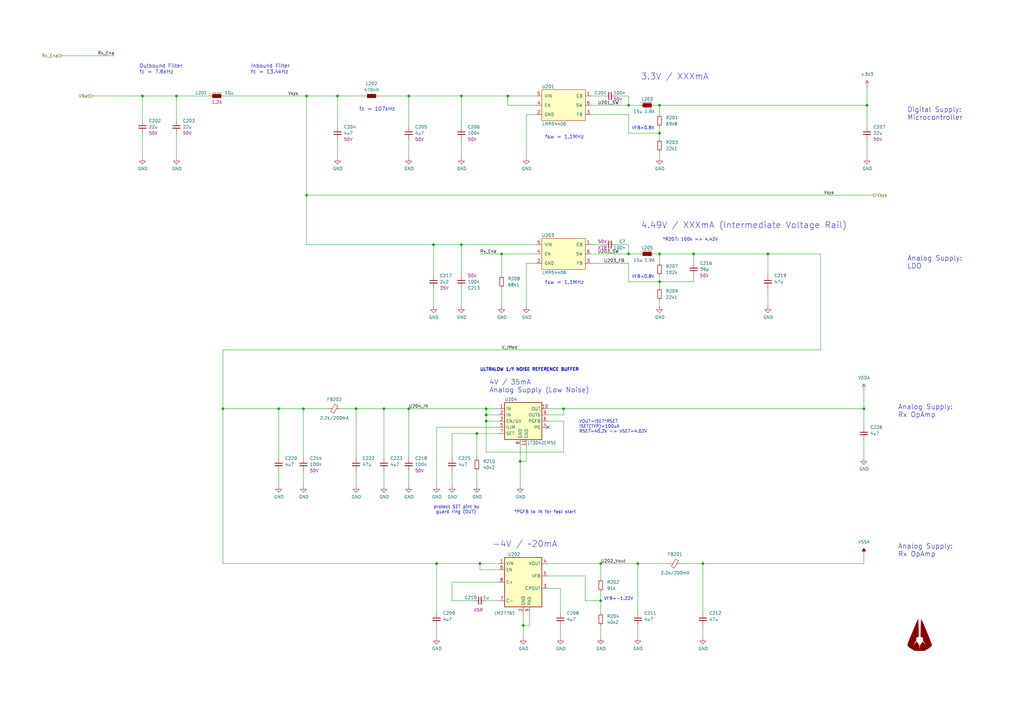
<source format=kicad_sch>
(kicad_sch (version 20230121) (generator eeschema)
  (paper "A3")
  (title_block (title "Velocity Sensor - Version 04") (date "2023-09-07") (rev "A") (company "Swiss Ocean Tech AG") (comment 1 "Designer: SNI, EVE"))
  (junction (at 284.48 104.14))
  (junction (at 231.14 167.64))
  (junction (at 214.63 256.54))
  (junction (at 167.64 167.64))
  (junction (at 179.07 231.14))
  (junction (at 355.6 43.18))
  (junction (at 196.85 231.14))
  (junction (at 270.51 43.18))
  (junction (at 257.81 43.18))
  (junction (at 199.39 167.64))
  (junction (at 270.51 54.61))
  (junction (at 167.64 39.37))
  (junction (at 205.74 104.14))
  (junction (at 208.28 39.37))
  (junction (at 288.29 231.14))
  (junction (at 270.51 115.57))
  (junction (at 246.38 231.14))
  (junction (at 270.51 104.14))
  (junction (at 261.62 231.14))
  (junction (at 213.36 189.23))
  (junction (at 246.38 246.38))
  (junction (at 189.23 39.37))
  (junction (at 354.33 167.64))
  (junction (at 199.39 172.72))
  (junction (at 58.42 39.37))
  (junction (at 157.48 167.64))
  (junction (at 146.05 167.64))
  (junction (at 177.8 100.33))
  (junction (at 257.81 104.14))
  (junction (at 72.39 39.37))
  (junction (at 91.44 167.64))
  (junction (at 189.23 100.33))
  (junction (at 125.73 39.37))
  (junction (at 138.43 39.37))
  (junction (at 314.96 104.14))
  (junction (at 114.3 167.64))
  (junction (at 199.39 170.18))
  (junction (at 195.58 177.8))
  (junction (at 125.73 80.01))
  (junction (at 124.46 167.64))
  (no_connect (at 224.79 175.26))
  (wire (pts (xy 167.64 57.15) (xy 167.64 64.77)))
  (wire (pts (xy 242.57 104.14) (xy 257.81 104.14)))
  (wire (pts (xy 38.1 39.37) (xy 58.42 39.37)))
  (wire (pts (xy 157.48 167.64) (xy 157.48 187.96)))
  (wire (pts (xy 177.8 100.33) (xy 125.73 100.33)))
  (wire (pts (xy 196.85 231.14) (xy 204.47 231.14)))
  (wire (pts (xy 177.8 100.33) (xy 189.23 100.33)))
  (wire (pts (xy 257.81 104.14) (xy 262.89 104.14)))
  (wire (pts (xy 215.9 64.77) (xy 215.9 46.99)))
  (wire (pts (xy 355.6 57.15) (xy 355.6 64.77)))
  (wire (pts (xy 288.29 231.14) (xy 354.33 231.14)))
  (wire (pts (xy 185.42 246.38) (xy 194.31 246.38)))
  (wire (pts (xy 157.48 167.64) (xy 167.64 167.64)))
  (wire (pts (xy 270.51 115.57) (xy 257.81 115.57)))
  (wire (pts (xy 177.8 118.11) (xy 177.8 125.73)))
  (wire (pts (xy 91.44 167.64) (xy 114.3 167.64)))
  (wire (pts (xy 270.51 43.18) (xy 355.6 43.18)))
  (wire (pts (xy 354.33 175.26) (xy 354.33 167.64)))
  (wire (pts (xy 246.38 246.38) (xy 246.38 251.46)))
  (wire (pts (xy 72.39 39.37) (xy 86.36 39.37)))
  (wire (pts (xy 229.87 241.3) (xy 229.87 251.46)))
  (wire (pts (xy 195.58 193.04) (xy 195.58 199.39)))
  (wire (pts (xy 146.05 167.64) (xy 157.48 167.64)))
  (wire (pts (xy 189.23 118.11) (xy 189.23 125.73)))
  (wire (pts (xy 91.44 143.51) (xy 91.44 167.64)))
  (wire (pts (xy 199.39 170.18) (xy 204.47 170.18)))
  (wire (pts (xy 246.38 242.57) (xy 246.38 246.38)))
  (wire (pts (xy 246.38 231.14) (xy 246.38 237.49)))
  (wire (pts (xy 146.05 193.04) (xy 146.05 199.39)))
  (wire (pts (xy 208.28 43.18) (xy 208.28 39.37)))
  (wire (pts (xy 138.43 39.37) (xy 149.86 39.37)))
  (wire (pts (xy 270.51 43.18) (xy 267.97 43.18)))
  (wire (pts (xy 257.81 54.61) (xy 257.81 46.99)))
  (wire (pts (xy 58.42 49.53) (xy 58.42 39.37)))
  (wire (pts (xy 231.14 172.72) (xy 231.14 185.42)))
  (wire (pts (xy 215.9 125.73) (xy 215.9 107.95)))
  (wire (pts (xy 261.62 256.54) (xy 261.62 261.62)))
  (wire (pts (xy 91.44 231.14) (xy 179.07 231.14)))
  (wire (pts (xy 139.7 167.64) (xy 146.05 167.64)))
  (wire (pts (xy 217.17 256.54) (xy 214.63 256.54)))
  (wire (pts (xy 215.9 182.88) (xy 215.9 189.23)))
  (wire (pts (xy 257.81 39.37) (xy 257.81 43.18)))
  (wire (pts (xy 91.44 167.64) (xy 91.44 231.14)))
  (wire (pts (xy 157.48 193.04) (xy 157.48 199.39)))
  (wire (pts (xy 240.03 246.38) (xy 246.38 246.38)))
  (wire (pts (xy 284.48 115.57) (xy 284.48 113.03)))
  (wire (pts (xy 72.39 64.77) (xy 72.39 54.61)))
  (wire (pts (xy 196.85 233.68) (xy 196.85 231.14)))
  (wire (pts (xy 189.23 39.37) (xy 208.28 39.37)))
  (wire (pts (xy 124.46 167.64) (xy 124.46 187.96)))
  (wire (pts (xy 270.51 52.07) (xy 270.51 54.61)))
  (wire (pts (xy 270.51 113.03) (xy 270.51 115.57)))
  (wire (pts (xy 354.33 180.34) (xy 354.33 187.96)))
  (wire (pts (xy 242.57 43.18) (xy 257.81 43.18)))
  (wire (pts (xy 125.73 39.37) (xy 138.43 39.37)))
  (wire (pts (xy 91.44 39.37) (xy 125.73 39.37)))
  (wire (pts (xy 185.42 238.76) (xy 185.42 246.38)))
  (wire (pts (xy 314.96 118.11) (xy 314.96 125.73)))
  (wire (pts (xy 261.62 231.14) (xy 274.32 231.14)))
  (wire (pts (xy 261.62 251.46) (xy 261.62 231.14)))
  (wire (pts (xy 167.64 39.37) (xy 189.23 39.37)))
  (wire (pts (xy 199.39 172.72) (xy 199.39 185.42)))
  (wire (pts (xy 154.94 39.37) (xy 167.64 39.37)))
  (wire (pts (xy 224.79 167.64) (xy 231.14 167.64)))
  (wire (pts (xy 242.57 100.33) (xy 247.65 100.33)))
  (wire (pts (xy 189.23 100.33) (xy 219.71 100.33)))
  (wire (pts (xy 284.48 104.14) (xy 284.48 107.95)))
  (wire (pts (xy 177.8 113.03) (xy 177.8 100.33)))
  (wire (pts (xy 246.38 256.54) (xy 246.38 261.62)))
  (wire (pts (xy 314.96 104.14) (xy 336.55 104.14)))
  (wire (pts (xy 224.79 231.14) (xy 246.38 231.14)))
  (wire (pts (xy 240.03 236.22) (xy 240.03 246.38)))
  (wire (pts (xy 199.39 167.64) (xy 204.47 167.64)))
  (wire (pts (xy 199.39 172.72) (xy 204.47 172.72)))
  (wire (pts (xy 270.51 54.61) (xy 270.51 57.15)))
  (wire (pts (xy 224.79 241.3) (xy 229.87 241.3)))
  (wire (pts (xy 242.57 39.37) (xy 247.65 39.37)))
  (wire (pts (xy 114.3 167.64) (xy 124.46 167.64)))
  (wire (pts (xy 219.71 43.18) (xy 208.28 43.18)))
  (wire (pts (xy 354.33 160.02) (xy 354.33 167.64)))
  (wire (pts (xy 231.14 170.18) (xy 231.14 167.64)))
  (wire (pts (xy 199.39 170.18) (xy 199.39 172.72)))
  (wire (pts (xy 205.74 104.14) (xy 205.74 113.03)))
  (wire (pts (xy 146.05 167.64) (xy 146.05 187.96)))
  (wire (pts (xy 124.46 193.04) (xy 124.46 199.39)))
  (wire (pts (xy 217.17 251.46) (xy 217.17 256.54)))
  (wire (pts (xy 257.81 43.18) (xy 262.89 43.18)))
  (wire (pts (xy 224.79 236.22) (xy 240.03 236.22)))
  (wire (pts (xy 124.46 167.64) (xy 134.62 167.64)))
  (wire (pts (xy 279.4 231.14) (xy 288.29 231.14)))
  (wire (pts (xy 257.81 107.95) (xy 242.57 107.95)))
  (wire (pts (xy 246.38 231.14) (xy 261.62 231.14)))
  (wire (pts (xy 355.6 52.07) (xy 355.6 43.18)))
  (wire (pts (xy 204.47 233.68) (xy 196.85 233.68)))
  (wire (pts (xy 114.3 167.64) (xy 114.3 187.96)))
  (wire (pts (xy 270.51 54.61) (xy 257.81 54.61)))
  (wire (pts (xy 58.42 39.37) (xy 72.39 39.37)))
  (wire (pts (xy 224.79 170.18) (xy 231.14 170.18)))
  (wire (pts (xy 179.07 175.26) (xy 179.07 199.39)))
  (wire (pts (xy 354.33 227.33) (xy 354.33 231.14)))
  (wire (pts (xy 213.36 189.23) (xy 213.36 199.39)))
  (wire (pts (xy 336.55 104.14) (xy 336.55 143.51)))
  (wire (pts (xy 189.23 57.15) (xy 189.23 64.77)))
  (wire (pts (xy 270.51 46.99) (xy 270.51 43.18)))
  (wire (pts (xy 125.73 80.01) (xy 358.14 80.01)))
  (wire (pts (xy 179.07 231.14) (xy 179.07 251.46)))
  (wire (pts (xy 138.43 52.07) (xy 138.43 39.37)))
  (wire (pts (xy 288.29 256.54) (xy 288.29 261.62)))
  (wire (pts (xy 205.74 118.11) (xy 205.74 125.73)))
  (wire (pts (xy 189.23 113.03) (xy 189.23 100.33)))
  (wire (pts (xy 214.63 251.46) (xy 214.63 256.54)))
  (wire (pts (xy 270.51 107.95) (xy 270.51 104.14)))
  (wire (pts (xy 196.85 104.14) (xy 205.74 104.14)))
  (wire (pts (xy 270.51 115.57) (xy 284.48 115.57)))
  (wire (pts (xy 185.42 177.8) (xy 195.58 177.8)))
  (wire (pts (xy 231.14 167.64) (xy 354.33 167.64)))
  (wire (pts (xy 229.87 256.54) (xy 229.87 261.62)))
  (wire (pts (xy 257.81 115.57) (xy 257.81 107.95)))
  (wire (pts (xy 270.51 62.23) (xy 270.51 64.77)))
  (wire (pts (xy 167.64 167.64) (xy 199.39 167.64)))
  (wire (pts (xy 167.64 167.64) (xy 167.64 187.96)))
  (wire (pts (xy 214.63 256.54) (xy 214.63 261.62)))
  (wire (pts (xy 125.73 39.37) (xy 125.73 80.01)))
  (wire (pts (xy 58.42 64.77) (xy 58.42 54.61)))
  (wire (pts (xy 314.96 104.14) (xy 314.96 113.03)))
  (wire (pts (xy 204.47 238.76) (xy 185.42 238.76)))
  (wire (pts (xy 267.97 104.14) (xy 270.51 104.14)))
  (wire (pts (xy 252.73 100.33) (xy 257.81 100.33)))
  (wire (pts (xy 208.28 39.37) (xy 219.71 39.37)))
  (wire (pts (xy 215.9 107.95) (xy 219.71 107.95)))
  (wire (pts (xy 336.55 143.51) (xy 91.44 143.51)))
  (wire (pts (xy 179.07 256.54) (xy 179.07 261.62)))
  (wire (pts (xy 288.29 231.14) (xy 288.29 251.46)))
  (wire (pts (xy 270.51 104.14) (xy 284.48 104.14)))
  (wire (pts (xy 199.39 167.64) (xy 199.39 170.18)))
  (wire (pts (xy 284.48 104.14) (xy 314.96 104.14)))
  (wire (pts (xy 252.73 39.37) (xy 257.81 39.37)))
  (wire (pts (xy 72.39 49.53) (xy 72.39 39.37)))
  (wire (pts (xy 199.39 185.42) (xy 231.14 185.42)))
  (wire (pts (xy 167.64 52.07) (xy 167.64 39.37)))
  (wire (pts (xy 185.42 193.04) (xy 185.42 199.39)))
  (wire (pts (xy 257.81 100.33) (xy 257.81 104.14)))
  (wire (pts (xy 199.39 246.38) (xy 204.47 246.38)))
  (wire (pts (xy 205.74 104.14) (xy 219.71 104.14)))
  (wire (pts (xy 270.51 123.19) (xy 270.51 125.73)))
  (wire (pts (xy 215.9 189.23) (xy 213.36 189.23)))
  (wire (pts (xy 125.73 80.01) (xy 125.73 100.33)))
  (wire (pts (xy 114.3 193.04) (xy 114.3 199.39)))
  (wire (pts (xy 213.36 182.88) (xy 213.36 189.23)))
  (wire (pts (xy 167.64 193.04) (xy 167.64 199.39)))
  (wire (pts (xy 231.14 172.72) (xy 224.79 172.72)))
  (wire (pts (xy 204.47 175.26) (xy 179.07 175.26)))
  (wire (pts (xy 204.47 177.8) (xy 195.58 177.8)))
  (wire (pts (xy 46.99 22.86) (xy 25.4 22.86)))
  (wire (pts (xy 270.51 115.57) (xy 270.51 118.11)))
  (wire (pts (xy 189.23 52.07) (xy 189.23 39.37)))
  (wire (pts (xy 257.81 46.99) (xy 242.57 46.99)))
  (wire (pts (xy 195.58 177.8) (xy 195.58 187.96)))
  (wire (pts (xy 215.9 46.99) (xy 219.71 46.99)))
  (wire (pts (xy 355.6 35.56) (xy 355.6 43.18)))
  (wire (pts (xy 179.07 231.14) (xy 196.85 231.14)))
  (wire (pts (xy 138.43 57.15) (xy 138.43 64.77)))
  (wire (pts (xy 185.42 187.96) (xy 185.42 177.8)))
  (text "Outbound Filter\nfc = 7.6kHz" (at 57.15 30.48 0) (effects (font (size 1.5 1.5)) (justify left bottom)))
  (text "Inbound Filter\nfc = 13.4kHz" (at 102.87 30.48 0) (effects (font (size 1.5 1.5)) (justify left bottom)))
  (text "*R207: 100k => 4.42V" (at 271.78 99.06 0) (effects (font (size 1.27 1.27)) (justify left bottom)))
  (text "fsw = 1.1MHz" (at 223.52 57.15 0) (effects (font (size 1.5 1.5)) (justify left bottom)))
  (text "fc = 107kHz" (at 147.32 45.72 0) (effects (font (size 1.5 1.5)) (justify left bottom)))
  (text "Analog Supply:\nRx OpAmp" (at 368.3 228.6 0) (effects (font (size 2 2)) (justify left bottom)))
  (text "VFB=0.8V" (at 259.08 114.3 0) (effects (font (size 1.27 1.27)) (justify left bottom)))
  (text "Analog Supply:\nLDO" (at 372.11 110.49 0) (effects (font (size 2 2)) (justify left bottom)))
  (text "3.3V / XXXmA" (at 262.89 33.02 0) (effects (font (size 2.54 2.54)) (justify left bottom)))
  (text "4.49V / XXXmA (Intermediate Voltage Rail)" (at 262.89 93.98 0) (effects (font (size 2.54 2.54)) (justify left bottom)))
  (text "Digital Supply:\nMicrocontroller" (at 372.11 49.53 0) (effects (font (size 2 2)) (justify left bottom)))
  (text "ULTRALOW 1/f NOISE REFERENCE BUFFER" (at 196.85 152.4 0) (effects (font (size 1.27 1.27) (thickness 0.254) bold) (justify left bottom)))
  (text "VOUT=ISET*RSET\nISET(TYP)=100uA\nRSET=40.2k -> VSET=4.02V" (at 237.49 177.8 0) (effects (font (size 1.27 1.27)) (justify left bottom)))
  (text "fsw = 1.1MHz" (at 223.52 116.84 0) (effects (font (size 1.5 1.5)) (justify left bottom)))
  (text "Analog Supply:\nRx OpAmp" (at 368.3 171.45 0) (effects (font (size 2 2)) (justify left bottom)))
  (text "4V / 35mA\nAnalog Supply (Low Noise)" (at 200.66 161.29 0) (effects (font (size 2 2)) (justify left bottom)))
  (text "VFB=0.8V" (at 259.08 53.34 0) (effects (font (size 1.27 1.27)) (justify left bottom)))
  (text "protect SET pint by\n guard ring (OUT)" (at 177.8 210.82 0) (effects (font (size 1.27 1.27)) (justify left bottom)))
  (text "VFB=-1.22V" (at 247.65 246.38 0) (effects (font (size 1.27 1.27)) (justify left bottom)))
  (text "*PGFB to IN for fast start" (at 210.82 210.82 0) (effects (font (size 1.27 1.27)) (justify left bottom)))
  (text "-4V / ~20mA" (at 201.93 224.79 0) (effects (font (size 2.54 2.54)) (justify left bottom)))
  (label "Vsys" (at 118.11 39.37 0))
  (label "Vsys" (at 337.82 80.01 0))
  (label "U203_SW" (at 245.11 104.14 0))
  (label "U204_IN" (at 167.64 167.64 0))
  (label "V_IMed" (at 205.74 143.51 0))
  (label "Rx_Ena" (at 46.99 22.86 180))
  (label "U202_Vout" (at 246.38 231.14 0))
  (label "Rx_Ena" (at 196.85 104.14 0))
  (label "U201_SW" (at 245.11 43.18 0))
  (label "U203_FB" (at 247.65 107.95 0))
  (hierarchical_label "Vsys" (shape output) (at 358.14 80.01 0))
  (hierarchical_label "Rx_Ena" (shape input) (at 25.4 22.86 180))
  (hierarchical_label "VBat" (shape input) (at 38.1 39.37 180))
  (symbol (lib_name "GND_23") (lib_id "power:GND") (at 58.42 64.77 0) (unit 1)
    (property "Reference" "#PWR0203" (effects hide))
    (property "Value" "GND" (at 58.547 69.1642 0))
  )
  (symbol (lib_id "SOC_Capacitor_Albis:4u7/35V") (at 114.3 190.5 0) (unit 1)
    (property "Reference" "C220" (at 116.84 187.9663 0) (effects (justify left)))
    (property "Value" "4u7" (at 116.84 190.5063 0) (effects (justify left)))
    (property "Footprint" "Capacitor_SMD:C_0805_2012Metric" (effects hide))
    (property "MPN" "CGA4J3X5R1H475K125AB" (effects hide))
    (property "Mouser_PN" "810-CGA4J3X5R1H475K" (effects hide))
    (property "Voltage" "50V" (effects hide))
    (property "Digikey_PN" "445-7882-1-ND" (effects hide))
    (instances (project "pp1_vsensor_v4" (path "" (reference "C220") (unit 1))) (project "poc_vsensor_v3_interface" (path "" (reference "C202") (unit 1))) (project "pp1_ModemBaseboard" (path "" (reference "C220") (unit 1))))
  )
  (symbol (lib_id "SOC_Capacitor_Albis:4u7/35V") (at 185.42 190.5 0) (unit 1)
    (property "Reference" "C225" (at 187.96 187.9663 0) (effects (justify left)))
    (property "Value" "4u7" (at 187.96 190.5063 0) (effects (justify left)))
    (property "Footprint" "Capacitor_SMD:C_0805_2012Metric" (effects hide))
    (property "MPN" "CGA4J3X5R1H475K125AB" (effects hide))
    (property "Voltage" "50V" (effects hide))
    (property "Mouser_PN" "810-CGA4J3X5R1H475K" (effects hide))
    (property "Digikey_PN" "445-7882-1-ND" (effects hide))
    (instances (project "pp1_vsensor_v4" (path "" (reference "C225") (unit 1))) (project "poc_vsensor_v3_interface" (path "" (reference "C207") (unit 1))) (project "pp1_ModemBaseboard" (path "" (reference "C226") (unit 1))))
  )
  (symbol (lib_name "GND_15") (lib_id "power:GND") (at 146.05 199.39 0) (unit 1)
    (property "Reference" "#PWR0231" (effects hide))
    (property "Value" "GND" (at 146.177 203.7842 0))
    (instances (project "pp1_vsensor_v4" (path "" (reference "#PWR0231") (unit 1))) (project "poc_vsensor_v3_interface" (path "" (reference "#PWR0207") (unit 1))) (project "pp1_ModemBaseboard" (path "" (reference "#PWR0232") (unit 1))))
  )
  (symbol (lib_name "GND_28") (lib_id "power:GND") (at 246.38 261.62 0) (unit 1)
    (property "Reference" "#PWR0218" (effects hide))
    (property "Value" "GND" (at 246.507 266.0142 0))
  )
  (symbol (lib_name "GND_26") (lib_id "power:GND") (at 205.74 125.73 0) (unit 1)
    (property "Reference" "#PWR0223" (effects hide))
    (property "Value" "GND" (at 205.867 130.1242 0))
  )
  (symbol (lib_name "GND_28") (lib_id "power:GND") (at 261.62 261.62 0) (unit 1)
    (property "Reference" "#PWR0217" (effects hide))
    (property "Value" "GND" (at 261.747 266.0142 0))
  )
  (symbol (lib_name "GND_28") (lib_id "power:GND") (at 229.87 261.62 0) (unit 1)
    (property "Reference" "#PWR0215" (effects hide))
    (property "Value" "GND" (at 229.997 266.0142 0))
  )
  (symbol (lib_name "GND_14") (lib_id "power:GND") (at 179.07 199.39 0) (unit 1)
    (property "Reference" "#PWR0234" (effects hide))
    (property "Value" "GND" (at 179.197 203.7842 0))
    (instances (project "pp1_vsensor_v4" (path "" (reference "#PWR0234") (unit 1))) (project "poc_vsensor_v3_interface" (path "" (reference "#PWR0210") (unit 1))) (project "pp1_ModemBaseboard" (path "" (reference "#PWR0235") (unit 1))))
  )
  (symbol (lib_id "Device:R_Small") (at 270.51 49.53 0) (unit 1)
    (property "Reference" "R201" (at 273.05 48.26 0) (effects (justify left)))
    (property "Value" "69k8" (at 273.05 50.8 0) (effects (justify left)))
    (property "Footprint" "Resistor_SMD:R_0402_1005Metric" (effects hide))
    (property "Digikey_PN" "YAG3216CT-ND" (effects hide))
    (property "MPN" "RC0402FR-0769K8L" (effects hide))
  )
  (symbol (lib_name "GND_30") (lib_id "power:GND") (at 189.23 125.73 0) (unit 1)
    (property "Reference" "#PWR0222" (effects hide))
    (property "Value" "GND" (at 189.357 130.1242 0))
  )
  (symbol (lib_id "Device:C_Small") (at 196.85 246.38 90) (unit 1)
    (property "Reference" "C210" (at 195.58 245.11 90) (effects (justify left)))
    (property "Value" "1u" (at 200.66 245.11 90) (effects (justify left)))
    (property "Footprint" "Capacitor_SMD:C_0402_1005Metric" (effects hide))
    (property "MPN" "UMK105CBJ105MV-F" (effects hide))
    (property "Description" "1uF 0402 50V" (effects hide))
    (property "CLASS" "X5R" (at 198.12 250.19 90) (effects (justify left)))
    (property "Voltage" "50V" (effects hide))
    (property "Digikey_PN" "587-6278-1-ND" (effects hide))
  )
  (symbol (lib_name "GND_17") (lib_id "power:GND") (at 167.64 64.77 0) (unit 1)
    (property "Reference" "#PWR0206" (effects hide))
    (property "Value" "GND" (at 167.767 69.1642 0))
  )
  (symbol (lib_name "GND_3") (lib_id "power:GND") (at 314.96 125.73 0) (unit 1)
    (property "Reference" "#PWR0228" (effects hide))
    (property "Value" "GND" (at 315.087 130.1242 0))
    (instances (project "pp1_vsensor_v4" (path "" (reference "#PWR0228") (unit 1))) (project "poc_vsensor_v3_interface" (path "" (reference "#PWR0204") (unit 1))) (project "pp1_ModemBaseboard" (path "" (reference "#PWR0229") (unit 1))))
  )
  (symbol (lib_name "GND_28") (lib_id "power:GND") (at 214.63 261.62 0) (unit 1)
    (property "Reference" "#PWR0214" (effects hide))
    (property "Value" "GND" (at 214.757 266.0142 0))
  )
  (symbol (lib_id "SOC_Capacitor_Albis:4u7/50V") (at 138.43 54.61 0) (unit 1)
    (property "Reference" "C204" (at 140.97 52.0763 0) (effects (justify left)))
    (property "Value" "4u7" (at 140.97 54.6163 0) (effects (justify left)))
    (property "Footprint" "Capacitor_SMD:C_1206_3216Metric" (effects hide))
    (property "Volt" "50V" (at 140.97 57.1563 0) (effects (justify left)))
    (property "MPN" "GRM31CR71H475KA12K" (effects hide))
    (property "Digikey_PN" "490-GRM31CR71H475KA12KCT-ND" (effects hide))
    (property "Voltage" "50V" (effects hide))
  )
  (symbol (lib_id "Regulator_SwitchedCapacitor:LM27761") (at 214.63 238.76 0) (unit 1)
    (property "Reference" "U202" (at 210.82 227.33 0))
    (property "Value" "LM27761" (at 207.01 251.46 0))
    (property "Footprint" "Package_SON:WSON-8-1EP_2x2mm_P0.5mm_EP0.9x1.6mm" (effects hide))
    (property "Datasheet" "http://www.ti.com/lit/ds/symlink/lm27761.pdf" (effects hide))
    (property "Digikey_PN" "296-44379-1-ND" (effects hide))
    (property "MPN" "LM27761DSGR" (effects hide))
  )
  (symbol (lib_id "SOC_Capacitor_Albis:4u7/35V") (at 261.62 254 0) (unit 1)
    (property "Reference" "C211" (at 264.16 251.4663 0) (effects (justify left)))
    (property "Value" "4u7" (at 264.16 254.0063 0) (effects (justify left)))
    (property "Footprint" "Capacitor_SMD:C_0805_2012Metric" (effects hide))
    (property "MPN" "CGA4J3X5R1H475K125AB" (effects hide))
    (property "Voltage" "50V" (effects hide))
    (property "Mouser_PN" "810-CGA4J3X5R1H475K" (effects hide))
    (property "Digikey_PN" "445-7882-1-ND" (effects hide))
  )
  (symbol (lib_id "SOC_Capacitor_Albis:22u/50V") (at 58.42 52.07 0) (unit 1)
    (property "Reference" "C202" (at 60.96 49.5363 0) (effects (justify left)))
    (property "Value" "22u" (at 60.96 52.0763 0) (effects (justify left)))
    (property "Footprint" "Capacitor_SMD:C_2220_5650Metric" (effects hide))
    (property "Volt" "50V" (at 60.96 54.6163 0) (effects (justify left)))
    (property "MPN" "C5750X7R1H226M250KB" (effects hide))
    (property "Digikey_PN" "445-C5750X7R1H226M250KBCT-ND" (effects hide))
    (property "Voltage" "50V" (effects hide))
  )
  (symbol (lib_name "GND_9") (lib_id "power:GND") (at 355.6 64.77 0) (unit 1)
    (property "Reference" "#PWR0211" (effects hide))
    (property "Value" "GND" (at 355.727 69.1642 0))
  )
  (symbol (lib_id "Device:R_Small") (at 246.38 254 0) (unit 1)
    (property "Reference" "R204" (at 248.92 252.73 0) (effects (justify left)))
    (property "Value" "40k2" (at 248.92 255.27 0) (effects (justify left)))
    (property "Footprint" "Resistor_SMD:R_0402_1005Metric" (effects hide))
    (property "Digikey_PN" "311-40.2KLRCT-ND" (effects hide))
    (property "MPN" "RC0402FR-0740K2L" (effects hide))
  )
  (symbol (lib_name "GND_19") (lib_id "power:GND") (at 185.42 199.39 0) (unit 1)
    (property "Reference" "#PWR0235" (effects hide))
    (property "Value" "GND" (at 185.547 203.7842 0))
    (instances (project "pp1_vsensor_v4" (path "" (reference "#PWR0235") (unit 1))) (project "poc_vsensor_v3_interface" (path "" (reference "#PWR0211") (unit 1))) (project "pp1_ModemBaseboard" (path "" (reference "#PWR0236") (unit 1))))
  )
  (symbol (lib_id "Device:C_Small") (at 167.64 190.5 0) (unit 1)
    (property "Reference" "C218" (at 170.18 187.96 0) (effects (justify left)))
    (property "Value" "100n" (at 170.18 190.5 0) (effects (justify left)))
    (property "Footprint" "Capacitor_SMD:C_0402_1005Metric" (effects hide))
    (property "Datasheet" "https://www.yageo.com/upload/media/product/app/datasheet/mlcc/upy-gphc_x7r_6_3v-to-250v.pdf" (effects hide))
    (property "MPN" "CC0402KRX7R9BB104" (effects hide))
    (property "CLASS" "X7R" (effects hide))
    (property "Description" "0.1uF 0402 50V" (effects hide))
    (property "Voltage" "50V" (at 170.18 193.04 0) (effects (justify left)))
    (property "Digikey_PN" "311-3566-1-ND" (effects hide))
  )
  (symbol (lib_id "SOC_Inductors:WE-MAPI 15u") (at 265.43 43.18 0) (unit 1)
    (property "Reference" "L203" (at 265.43 40.64 0))
    (property "Value" "15u 1.9A" (at 264.16 45.72 0))
    (property "Footprint" "Inductor_SMD:L_Wuerth_MAPI-4020" (effects hide))
    (property "Datasheet" "${KICAD_SOC_DATASHEET_DIR}/Inductor/74438356150.pdf" (effects hide))
    (property "MPN" "74438356150" (effects hide))
    (property "Digikey_PN" "732-11663-1-ND" (effects hide))
    (property "Current" "1.9" (effects hide))
  )
  (symbol (lib_id "SOC_Capacitor_Albis:22u/50V") (at 72.39 52.07 0) (unit 1)
    (property "Reference" "C203" (at 74.93 49.5363 0) (effects (justify left)))
    (property "Value" "22u" (at 74.93 52.0763 0) (effects (justify left)))
    (property "Footprint" "Capacitor_SMD:C_2220_5650Metric" (effects hide))
    (property "Volt" "50V" (at 74.93 54.6163 0) (effects (justify left)))
    (property "MPN" "C5750X7R1H226M250KB" (effects hide))
    (property "Digikey_PN" "445-C5750X7R1H226M250KBCT-ND" (effects hide))
    (property "Voltage" "50V" (effects hide))
  )
  (symbol (lib_id "SOC_Capacitor_Albis:47u/16V") (at 146.05 190.5 0) (unit 1)
    (property "Reference" "C222" (at 148.59 187.9663 0) (effects (justify left)))
    (property "Value" "47u" (at 148.59 190.5063 0) (effects (justify left)))
    (property "Footprint" "Capacitor_SMD:C_1206_3216Metric" (effects hide))
    (property "MPN" "C3216X5R1C476M160AB" (effects hide))
    (property "Voltage" "16V" (effects hide))
    (property "Digikey_PN" "445-6003-1-ND" (effects hide))
    (instances (project "pp1_vsensor_v4" (path "" (reference "C222") (unit 1))) (project "poc_vsensor_v3_interface" (path "" (reference "C204") (unit 1))) (project "pp1_ModemBaseboard" (path "" (reference "C222") (unit 1))))
  )
  (symbol (lib_name "GND_15") (lib_id "power:GND") (at 288.29 261.62 0) (unit 1)
    (property "Reference" "#PWR0219" (effects hide))
    (property "Value" "GND" (at 288.417 266.0142 0))
  )
  (symbol (lib_id "SOC_Capacitor_Albis:4u7/35V") (at 179.07 254 0) (unit 1)
    (property "Reference" "C209" (at 181.61 251.4663 0) (effects (justify left)))
    (property "Value" "4u7" (at 181.61 254.0063 0) (effects (justify left)))
    (property "Footprint" "Capacitor_SMD:C_0805_2012Metric" (effects hide))
    (property "MPN" "CGA4J3X5R1H475K125AB" (effects hide))
    (property "Voltage" "50V" (effects hide))
    (property "Mouser_PN" "810-CGA4J3X5R1H475K" (effects hide))
    (property "Digikey_PN" "445-7882-1-ND" (effects hide))
  )
  (symbol (lib_id "Device:R_Small") (at 246.38 240.03 0) (unit 1)
    (property "Reference" "R202" (at 248.92 238.76 0) (effects (justify left)))
    (property "Value" "91k" (at 248.92 241.3 0) (effects (justify left)))
    (property "Footprint" "Resistor_SMD:R_0402_1005Metric" (effects hide))
    (property "Digikey_PN" "311-91.0KLRCT-ND" (effects hide))
    (property "MPN" "RC0402FR-0791KL" (effects hide))
  )
  (symbol (lib_id "SOC_Power:LT3042EMSE") (at 214.63 172.72 0) (unit 1)
    (property "Reference" "U204" (at 209.55 163.83 0))
    (property "Value" "LT3042EMSE" (at 222.25 181.61 0))
    (property "Footprint" "Package_SO:MSOP-10-1EP_3x3mm_P0.5mm_EP1.68x1.88mm" (effects hide))
    (property "Datasheet" "${KICAD_SOC_DATASHEET_DIR}/LDO/lt3042.pdf" (effects hide))
    (property "MPN" "LT3042EMSE#TRPBF" (effects hide))
    (property "Digikey_PN" "LT3042EMSE#TRPBFCT-ND" (effects hide))
    (property "Mouser_PN" "584-LT3042EMSE#TRPBF" (effects hide))
    (instances (project "pp1_vsensor_v4" (path "" (reference "U204") (unit 1))) (project "poc_vsensor_v3_interface" (path "" (reference "U201") (unit 1))) (project "pp1_ModemBaseboard" (path "" (reference "U204") (unit 1))))
  )
  (symbol (lib_id "SOC_Inductors:WE-MAPI 10u") (at 88.9 39.37 0) (unit 1)
    (property "Reference" "L201" (at 82.55 38.1 0))
    (property "Value" "10u" (at 93.98 38.1 0))
    (property "Footprint" "Inductor_SMD:L_Wuerth_MAPI-3020" (effects hide))
    (property "Datasheet" "${KICAD_SOC_DATASHEET_DIR}/Inductor/74438336100.pdf" (effects hide))
    (property "MPN" "74438336100" (effects hide))
    (property "Digikey_PN" "732-5700-1-ND" (effects hide))
    (property "Current" "1.2A" (at 88.9 41.91 0))
  )
  (symbol (lib_name "GND_27") (lib_id "power:GND") (at 124.46 199.39 0) (unit 1)
    (property "Reference" "#PWR0230" (effects hide))
    (property "Value" "GND" (at 124.587 203.7842 0))
    (instances (project "pp1_vsensor_v4" (path "" (reference "#PWR0230") (unit 1))) (project "poc_vsensor_v3_interface" (path "" (reference "#PWR0206") (unit 1))) (project "pp1_ModemBaseboard" (path "" (reference "#PWR0231") (unit 1))))
  )
  (symbol (lib_id "Device:R_Small") (at 270.51 110.49 0) (unit 1)
    (property "Reference" "R207" (at 273.05 109.22 0) (effects (justify left)))
    (property "Value" "102k" (at 273.05 111.76 0) (effects (justify left)))
    (property "Footprint" "Resistor_SMD:R_0402_1005Metric" (effects hide))
    (property "Digikey_PN" "YAG2944CT-ND" (effects hide))
    (property "MPN" "RC0402FR-07102KL" (effects hide))
  )
  (symbol (lib_name "GND_8") (lib_id "power:GND") (at 195.58 199.39 0) (unit 1)
    (property "Reference" "#PWR0236" (effects hide))
    (property "Value" "GND" (at 195.707 203.7842 0))
    (instances (project "pp1_vsensor_v4" (path "" (reference "#PWR0236") (unit 1))) (project "poc_vsensor_v3_interface" (path "" (reference "#PWR0212") (unit 1))) (project "pp1_ModemBaseboard" (path "" (reference "#PWR0237") (unit 1))))
  )
  (symbol (lib_id "SOC_Power:LMR54406") (at 231.14 41.91 0) (unit 1)
    (property "Reference" "U201" (at 224.79 35.56 0))
    (property "Value" "LMR54406" (at 227.33 50.8 0))
    (property "Footprint" "Package_TO_SOT_SMD:SOT-23-6" (effects hide))
    (property "Datasheet" "${KICAD_SOC_DATASHEET_DIR}/dc-switcher/lmr54406.pdf" (effects hide))
    (property "MPN" "LMR54406FDBVR" (effects hide))
    (property "Digikey_PN" "296-LMR54406FDBVRCT-ND" (effects hide))
    (property "Mouser_PN" "595-LMR54406FDBVR" (effects hide))
  )
  (symbol (lib_id "SOC_Capacitor_Albis:47u/16V") (at 314.96 115.57 0) (unit 1)
    (property "Reference" "C219" (at 317.5 113.0363 0) (effects (justify left)))
    (property "Value" "47u" (at 317.5 115.5763 0) (effects (justify left)))
    (property "Footprint" "Capacitor_SMD:C_1206_3216Metric" (effects hide))
    (property "MPN" "C3216X5R1C476M160AB" (effects hide))
    (property "Voltage" "16V" (effects hide))
    (property "Digikey_PN" "445-6003-1-ND" (effects hide))
    (instances (project "pp1_vsensor_v4" (path "" (reference "C219") (unit 1))) (project "poc_vsensor_v3_interface" (path "" (reference "C201") (unit 1))) (project "pp1_ModemBaseboard" (path "" (reference "C219") (unit 1))))
  )
  (symbol (lib_name "GND_12") (lib_id "power:GND") (at 215.9 64.77 0) (unit 1)
    (property "Reference" "#PWR0209" (effects hide))
    (property "Value" "GND" (at 216.027 69.1642 0))
  )
  (symbol (lib_name "GND_25") (lib_id "power:GND") (at 270.51 125.73 0) (unit 1)
    (property "Reference" "#PWR0225" (effects hide))
    (property "Value" "GND" (at 270.637 130.1242 0))
  )
  (symbol (lib_id "Device:C_Small") (at 124.46 190.5 0) (unit 1)
    (property "Reference" "C214" (at 127 187.96 0) (effects (justify left)))
    (property "Value" "100n" (at 127 190.5 0) (effects (justify left)))
    (property "Footprint" "Capacitor_SMD:C_0402_1005Metric" (effects hide))
    (property "Datasheet" "https://www.yageo.com/upload/media/product/app/datasheet/mlcc/upy-gphc_x7r_6_3v-to-250v.pdf" (effects hide))
    (property "MPN" "CC0402KRX7R9BB104" (effects hide))
    (property "CLASS" "X7R" (effects hide))
    (property "Description" "0.1uF 0402 50V" (effects hide))
    (property "Voltage" "50V" (at 127 193.04 0) (effects (justify left)))
    (property "Digikey_PN" "311-3566-1-ND" (effects hide))
  )
  (symbol (lib_id "SOC_Capacitor_Albis:4u7/35V") (at 229.87 254 0) (unit 1)
    (property "Reference" "C208" (at 232.41 251.4663 0) (effects (justify left)))
    (property "Value" "4u7" (at 232.41 254.0063 0) (effects (justify left)))
    (property "Footprint" "Capacitor_SMD:C_0805_2012Metric" (effects hide))
    (property "MPN" "CGA4J3X5R1H475K125AB" (effects hide))
    (property "Voltage" "50V" (effects hide))
    (property "Mouser_PN" "810-CGA4J3X5R1H475K" (effects hide))
    (property "Digikey_PN" "445-7882-1-ND" (effects hide))
  )
  (symbol (lib_id "SOC_Capacitor_Albis:22u/50V") (at 355.6 54.61 0) (unit 1)
    (property "Reference" "C207" (at 358.14 52.0763 0) (effects (justify left)))
    (property "Value" "22u" (at 358.14 54.6163 0) (effects (justify left)))
    (property "Footprint" "Capacitor_SMD:C_2220_5650Metric" (effects hide))
    (property "Volt" "50V" (at 358.14 57.1563 0) (effects (justify left)))
    (property "MPN" "C5750X7R1H226M250KB" (effects hide))
    (property "Digikey_PN" "445-C5750X7R1H226M250KBCT-ND" (effects hide))
    (property "Voltage" "50V" (effects hide))
  )
  (symbol (lib_id "Device:R_Small") (at 205.74 115.57 0) (unit 1)
    (property "Reference" "R208" (at 208.28 114.3 0) (effects (justify left)))
    (property "Value" "68k1" (at 208.28 116.84 0) (effects (justify left)))
    (property "Footprint" "Resistor_SMD:R_0402_1005Metric" (effects hide))
    (property "Digikey_PN" "YAG3213CT-ND" (effects hide))
    (property "MPN" "RC0402FR-0768K1L" (effects hide))
  )
  (symbol (lib_id "Device:R_Small") (at 195.58 190.5 0) (unit 1)
    (property "Reference" "R210" (at 198.12 189.23 0) (effects (justify left)))
    (property "Value" "40k2" (at 198.12 191.77 0) (effects (justify left)))
    (property "Footprint" "Resistor_SMD:R_0402_1005Metric" (effects hide))
    (property "Digikey_PN" "311-40.2KLRCT-ND" (effects hide))
    (property "MPN" "RC0402FR-0740K2L" (effects hide))
    (instances (project "pp1_vsensor_v4" (path "" (reference "R210") (unit 1))) (project "poc_vsensor_v3_interface" (path "" (reference "R201") (unit 1))) (project "pp1_ModemBaseboard" (path "" (reference "R210") (unit 1))))
  )
  (symbol (lib_name "GND_28") (lib_id "power:GND") (at 213.36 199.39 0) (unit 1)
    (property "Reference" "#PWR0237" (effects hide))
    (property "Value" "GND" (at 213.487 203.7842 0))
    (instances (project "pp1_vsensor_v4" (path "" (reference "#PWR0237") (unit 1))) (project "poc_vsensor_v3_interface" (path "" (reference "#PWR0213") (unit 1))) (project "pp1_ModemBaseboard" (path "" (reference "#PWR0238") (unit 1))))
  )
  (symbol (lib_name "GND_18") (lib_id "power:GND") (at 167.64 199.39 0) (unit 1)
    (property "Reference" "#PWR0233" (effects hide))
    (property "Value" "GND" (at 167.767 203.7842 0))
    (instances (project "pp1_vsensor_v4" (path "" (reference "#PWR0233") (unit 1))) (project "poc_vsensor_v3_interface" (path "" (reference "#PWR0209") (unit 1))) (project "pp1_ModemBaseboard" (path "" (reference "#PWR0234") (unit 1))))
  )
  (symbol (lib_id "Device:C_Small") (at 250.19 100.33 90) (unit 1)
    (property "Reference" "C?" (at 256.54 99.06 90) (effects (justify left)))
    (property "Value" "100n" (at 256.54 101.6 90) (effects (justify left)))
    (property "Footprint" "Capacitor_SMD:C_0402_1005Metric" (effects hide))
    (property "MPN" "CC0402KRX7R9BB104" (effects hide))
    (property "Mouser_PN" "603-CC402KRX7R9BB104" (effects hide))
    (property "VOLTAGE" "50V" (at 245.11 99.06 90) (effects (justify right)))
    (property "CLASS" "X7R" (at 245.11 101.6 90) (effects (justify right)))
    (property "Description" "0.1uF 0402 50V" (effects hide))
    (property "Digikey_PN" "311-3566-1-ND" (effects hide))
    (property "Voltage" "50V" (effects hide))
    (instances (project "poc_vsensor_v3_main" (path "" (reference "C?") (unit 1)) (path "" (reference "C204") (unit 1)) (path "" (reference "C303") (unit 1))) (project "pp1_vsensor_v4" (path "" (reference "C215") (unit 1))))
  )
  (symbol (lib_id "SOC_Capacitor_Albis:4u7/50V") (at 167.64 54.61 0) (unit 1)
    (property "Reference" "C205" (at 170.18 52.0763 0) (effects (justify left)))
    (property "Value" "4u7" (at 170.18 54.6163 0) (effects (justify left)))
    (property "Footprint" "Capacitor_SMD:C_1206_3216Metric" (effects hide))
    (property "Volt" "50V" (at 170.18 57.1563 0) (effects (justify left)))
    (property "MPN" "GRM31CR71H475KA12K" (effects hide))
    (property "Digikey_PN" "490-GRM31CR71H475KA12KCT-ND" (effects hide))
    (property "Voltage" "50V" (effects hide))
  )
  (symbol (lib_id "Device:C_Small") (at 189.23 115.57 0) (mirror x) (unit 1)
    (property "Reference" "C213" (at 191.77 118.11 0) (effects (justify left)))
    (property "Value" "100n" (at 191.77 115.57 0) (effects (justify left)))
    (property "Footprint" "Capacitor_SMD:C_0402_1005Metric" (effects hide))
    (property "Datasheet" "https://www.yageo.com/upload/media/product/app/datasheet/mlcc/upy-gphc_x7r_6_3v-to-250v.pdf" (effects hide))
    (property "MPN" "CC0402KRX7R9BB104" (effects hide))
    (property "CLASS" "X7R" (effects hide))
    (property "Description" "0.1uF 0402 50V" (effects hide))
    (property "Voltage" "50V" (at 191.77 113.03 0) (effects (justify left)))
    (property "Digikey_PN" "311-3566-1-ND" (effects hide))
  )
  (symbol (lib_id "SOC_Misc:2k2 200mA") (at 137.16 167.64 90) (unit 1)
    (property "Reference" "FB202" (at 137.16 163.83 90))
    (property "Value" "2.2k/200mA" (at 137.16 171.45 90))
    (property "Footprint" "Inductor_SMD:L_0805_2012Metric" (effects hide))
    (property "MPN" "742792093" (effects hide))
    (property "Digikey_PN" "732-1609-1-ND" (effects hide))
    (instances (project "pp1_vsensor_v4" (path "" (reference "FB202") (unit 1))) (project "poc_vsensor_v3_interface" (path "" (reference "FB201") (unit 1))) (project "pp1_ModemBaseboard" (path "" (reference "FB202") (unit 1))))
  )
  (symbol (lib_id "SOC_Capacitor_Albis:4u7/35V") (at 354.33 177.8 0) (unit 1)
    (property "Reference" "C226" (at 356.87 175.2663 0) (effects (justify left)))
    (property "Value" "4u7" (at 356.87 177.8063 0) (effects (justify left)))
    (property "Footprint" "Capacitor_SMD:C_0805_2012Metric" (effects hide))
    (property "MPN" "CGA4J3X5R1H475K125AB" (effects hide))
    (property "Voltage" "50V" (effects hide))
    (property "Mouser_PN" "810-CGA4J3X5R1H475K" (effects hide))
    (property "Digikey_PN" "445-7882-1-ND" (effects hide))
    (instances (project "pp1_vsensor_v4" (path "" (reference "C226") (unit 1))) (project "poc_vsensor_v3_interface" (path "" (reference "C208") (unit 1))) (project "pp1_ModemBaseboard" (path "" (reference "C225") (unit 1))))
  )
  (symbol (lib_id "SOC_Logo:LOGO_AGU") (at 377.19 260.35 0) (unit 1) (in_bom no)
    (property "Reference" "Logo201" (effects hide))
    (property "Value" "LOGO_AGU" (effects hide))
    (property "Footprint" "SOC_Logo:AGU_15mm" (effects hide))
  )
  (symbol (lib_id "SOC_Misc:2k2 200mA") (at 276.86 231.14 90) (unit 1)
    (property "Reference" "FB201" (at 276.86 227.33 90))
    (property "Value" "2.2k/200mA" (at 276.86 234.95 90))
    (property "Footprint" "Inductor_SMD:L_0805_2012Metric" (effects hide))
    (property "MPN" "742792093" (effects hide))
    (property "Digikey_PN" "732-1609-1-ND" (effects hide))
  )
  (symbol (lib_id "Device:C_Small") (at 284.48 110.49 180) (unit 1)
    (property "Reference" "C216" (at 287.02 107.95 0) (effects (justify right)))
    (property "Value" "39p" (at 287.02 110.49 0) (effects (justify right)))
    (property "Footprint" "Capacitor_SMD:C_0402_1005Metric" (effects hide))
    (property "Note" "NP0" (effects hide))
    (property "Digikey_PN" "311-3733-1-ND" (effects hide))
    (property "MPN" "CC0402FRNPO9BN390" (effects hide))
    (property "VOLTAGE" "50V" (at 287.02 113.03 0) (effects (justify right)))
    (property "CLASS" "C0G" (effects hide))
    (property "Voltage" "50V" (effects hide))
    (instances (project "pp1_vsensor_v4" (path "" (reference "C216") (unit 1))) (project "pp1_ModemBaseboard" (path "" (reference "C215") (unit 1))))
  )
  (symbol (lib_id "power:+3V3") (at 355.6 35.56 0) (unit 1)
    (property "Reference" "#PWR0202" (effects hide))
    (property "Value" "+3V3" (at 355.6 30.48 0))
    (instances (project "pp1_vsensor_v4" (path "" (reference "#PWR0202") (unit 1))) (project "pp1_ModemBaseboard" (path "" (reference "#PWR0608") (unit 1)) (path "" (reference "#PWR0202") (unit 1))))
  )
  (symbol (lib_id "power:GND") (at 72.39 64.77 0) (unit 1)
    (property "Reference" "#PWR0204" (effects hide))
    (property "Value" "GND" (at 72.517 69.1642 0))
  )
  (symbol (lib_id "SOC_Inductors:WE-MAPI 15u") (at 265.43 104.14 0) (unit 1)
    (property "Reference" "L205" (at 265.43 101.6 0))
    (property "Value" "15u 1.9A" (at 264.16 106.68 0))
    (property "Footprint" "Inductor_SMD:L_Wuerth_MAPI-4020" (effects hide))
    (property "Datasheet" "${KICAD_SOC_DATASHEET_DIR}/Inductor/74438356150.pdf" (effects hide))
    (property "MPN" "74438356150" (effects hide))
    (property "Digikey_PN" "732-11663-1-ND" (effects hide))
    (property "Current" "1.9" (effects hide))
  )
  (symbol (lib_id "SOC_Capacitor_Albis:47u/16V") (at 288.29 254 0) (unit 1)
    (property "Reference" "C212" (at 290.83 251.4663 0) (effects (justify left)))
    (property "Value" "47u" (at 290.83 254.0063 0) (effects (justify left)))
    (property "Footprint" "Capacitor_SMD:C_1206_3216Metric" (effects hide))
    (property "MPN" "C3216X5R1C476M160AB" (effects hide))
    (property "Voltage" "16V" (effects hide))
    (property "Digikey_PN" "445-6003-1-ND" (effects hide))
  )
  (symbol (lib_id "SOC_Capacitor_Albis:4u7/35V") (at 157.48 190.5 0) (unit 1)
    (property "Reference" "C223" (at 160.02 187.9663 0) (effects (justify left)))
    (property "Value" "4u7" (at 160.02 190.5063 0) (effects (justify left)))
    (property "Footprint" "Capacitor_SMD:C_0805_2012Metric" (effects hide))
    (property "MPN" "CGA4J3X5R1H475K125AB" (effects hide))
    (property "Voltage" "50V" (effects hide))
    (property "Mouser_PN" "810-CGA4J3X5R1H475K" (effects hide))
    (property "Digikey_PN" "445-7882-1-ND" (effects hide))
    (instances (project "pp1_vsensor_v4" (path "" (reference "C223") (unit 1))) (project "poc_vsensor_v3_interface" (path "" (reference "C205") (unit 1))) (project "pp1_ModemBaseboard" (path "" (reference "C223") (unit 1))))
  )
  (symbol (lib_id "SOC_Power:LMR54406") (at 231.14 102.87 0) (unit 1)
    (property "Reference" "U203" (at 224.79 96.52 0))
    (property "Value" "LMR54406" (at 227.33 111.76 0))
    (property "Footprint" "Package_TO_SOT_SMD:SOT-23-6" (effects hide))
    (property "Datasheet" "${KICAD_SOC_DATASHEET_DIR}/dc-switcher/lmr54406.pdf" (effects hide))
    (property "MPN" "LMR54406FDBVR" (effects hide))
    (property "Digikey_PN" "296-LMR54406FDBVRCT-ND" (effects hide))
    (property "Mouser_PN" "595-LMR54406FDBVR" (effects hide))
  )
  (symbol (lib_name "GND_22") (lib_id "power:GND") (at 138.43 64.77 0) (unit 1)
    (property "Reference" "#PWR0205" (effects hide))
    (property "Value" "GND" (at 138.557 69.1642 0))
  )
  (symbol (lib_name "GND_21") (lib_id "power:GND") (at 270.51 64.77 0) (unit 1)
    (property "Reference" "#PWR0210" (effects hide))
    (property "Value" "GND" (at 270.637 69.1642 0))
  )
  (symbol (lib_id "SOC_Capacitor_Albis:2u2/35V") (at 177.8 115.57 0) (unit 1)
    (property "Reference" "C217" (at 180.34 113.0363 0) (effects (justify left)))
    (property "Value" "2u2" (at 180.34 115.5763 0) (effects (justify left)))
    (property "Footprint" "Capacitor_SMD:C_0805_2012Metric" (effects hide))
    (property "Volt" "35V" (at 180.34 118.1163 0) (effects (justify left)))
    (property "MPN" "CGA4J1X7R1V225K125AC" (effects hide))
    (property "Digikey_PN" "445-6963-1-ND" (effects hide))
    (property "Voltage" "35V" (effects hide))
    (instances (project "pp1_vsensor_v4" (path "" (reference "C217") (unit 1))) (project "pp1_ModemBaseboard" (path "" (reference "C216") (unit 1))))
  )
  (symbol (lib_name "GND_16") (lib_id "power:GND") (at 215.9 125.73 0) (unit 1)
    (property "Reference" "#PWR0224" (effects hide))
    (property "Value" "GND" (at 216.027 130.1242 0))
  )
  (symbol (lib_id "Device:C_Small") (at 250.19 39.37 90) (unit 1)
    (property "Reference" "C201" (at 248.92 38.1 90) (effects (justify left)))
    (property "Value" "100n" (at 256.54 38.1 90) (effects (justify left)))
    (property "Footprint" "Capacitor_SMD:C_0402_1005Metric" (effects hide))
    (property "Datasheet" "https://www.yageo.com/upload/media/product/app/datasheet/mlcc/upy-gphc_x7r_6_3v-to-250v.pdf" (effects hide))
    (property "MPN" "CC0402KRX7R9BB104" (effects hide))
    (property "CLASS" "X7R" (effects hide))
    (property "Description" "0.1uF 0402 50V" (effects hide))
    (property "Voltage" "50V" (at 255.27 40.64 90) (effects (justify left)))
    (property "Digikey_PN" "311-3566-1-ND" (effects hide))
  )
  (symbol (lib_id "SOC_Inductors:470nH 850mA Geschirmt") (at 152.4 39.37 0) (unit 1)
    (property "Reference" "L202" (at 152.4 34.29 0))
    (property "Value" "470nH" (at 152.4 36.83 0))
    (property "Footprint" "Inductor_SMD:L_0603_1608Metric" (effects hide))
    (property "Datasheet" "https://search.murata.co.jp/Ceramy/image/img/P02/JELF243B-0030.pdf" (effects hide))
    (property "MPN" "LQM18PNR47NC0L" (effects hide))
    (property "Digikey_PN" "490-LQM18PNR47NC0LCT-ND" (effects hide))
  )
  (symbol (lib_id "Device:R_Small") (at 270.51 59.69 0) (unit 1)
    (property "Reference" "R203" (at 273.05 58.42 0) (effects (justify left)))
    (property "Value" "22k1" (at 273.05 60.96 0) (effects (justify left)))
    (property "Footprint" "Resistor_SMD:R_0402_1005Metric" (effects hide))
    (property "Digikey_PN" "311-22.1KLRCT-ND" (effects hide))
    (property "MPN" "RC0402FR-0722K1L" (effects hide))
  )
  (symbol (lib_id "Device:R_Small") (at 270.51 120.65 0) (unit 1)
    (property "Reference" "R209" (at 273.05 119.38 0) (effects (justify left)))
    (property "Value" "22k1" (at 273.05 121.92 0) (effects (justify left)))
    (property "Footprint" "Resistor_SMD:R_0402_1005Metric" (effects hide))
    (property "Digikey_PN" "311-22.1KLRCT-ND" (effects hide))
    (property "MPN" "RC0402FR-0722K1L" (effects hide))
  )
  (symbol (lib_name "GND_11") (lib_id "power:GND") (at 177.8 125.73 0) (unit 1)
    (property "Reference" "#PWR0221" (effects hide))
    (property "Value" "GND" (at 177.927 130.1242 0))
  )
  (symbol (lib_id "power:VDDA") (at 354.33 160.02 0) (unit 1)
    (property "Reference" "#PWR0227" (effects hide))
    (property "Value" "VDDA" (at 354.33 154.94 0))
    (instances (project "pp1_vsensor_v4" (path "" (reference "#PWR0227") (unit 1))) (project "poc_vsensor_v3_interface" (path "" (reference "#PWR0203") (unit 1))))
  )
  (symbol (lib_name "GND_4") (lib_id "power:GND") (at 189.23 64.77 0) (unit 1)
    (property "Reference" "#PWR0207" (effects hide))
    (property "Value" "GND" (at 189.357 69.1642 0))
  )
  (symbol (lib_id "power:VSSA") (at 354.33 227.33 0) (unit 1)
    (property "Reference" "#PWR0212" (effects hide))
    (property "Value" "VSSA" (at 354.33 222.25 0))
  )
  (symbol (lib_name "GND_29") (lib_id "power:GND") (at 114.3 199.39 0) (unit 1)
    (property "Reference" "#PWR0229" (effects hide))
    (property "Value" "GND" (at 114.427 203.7842 0))
    (instances (project "pp1_vsensor_v4" (path "" (reference "#PWR0229") (unit 1))) (project "poc_vsensor_v3_interface" (path "" (reference "#PWR0205") (unit 1))) (project "pp1_ModemBaseboard" (path "" (reference "#PWR0230") (unit 1))))
  )
  (symbol (lib_name "GND_28") (lib_id "power:GND") (at 179.07 261.62 0) (unit 1)
    (property "Reference" "#PWR0216" (effects hide))
    (property "Value" "GND" (at 179.197 266.0142 0))
  )
  (symbol (lib_name "GND_13") (lib_id "power:GND") (at 354.33 187.96 0) (unit 1)
    (property "Reference" "#PWR0238" (effects hide))
    (property "Value" "GND" (at 354.457 192.3542 0))
    (instances (project "pp1_vsensor_v4" (path "" (reference "#PWR0238") (unit 1))) (project "poc_vsensor_v3_interface" (path "" (reference "#PWR0214") (unit 1))) (project "pp1_ModemBaseboard" (path "" (reference "#PWR0239") (unit 1))))
  )
  (symbol (lib_id "Device:C_Small") (at 189.23 54.61 0) (unit 1)
    (property "Reference" "C206" (at 191.77 52.07 0) (effects (justify left)))
    (property "Value" "100n" (at 191.77 54.61 0) (effects (justify left)))
    (property "Footprint" "Capacitor_SMD:C_0402_1005Metric" (effects hide))
    (property "Datasheet" "https://www.yageo.com/upload/media/product/app/datasheet/mlcc/upy-gphc_x7r_6_3v-to-250v.pdf" (effects hide))
    (property "MPN" "CC0402KRX7R9BB104" (effects hide))
    (property "CLASS" "X7R" (effects hide))
    (property "Description" "0.1uF 0402 50V" (effects hide))
    (property "Voltage" "50V" (at 191.77 57.15 0) (effects (justify left)))
    (property "Digikey_PN" "311-3566-1-ND" (effects hide))
  )
  (symbol (lib_name "GND_1") (lib_id "power:GND") (at 157.48 199.39 0) (unit 1)
    (property "Reference" "#PWR0232" (effects hide))
    (property "Value" "GND" (at 157.607 203.7842 0))
    (instances (project "pp1_vsensor_v4" (path "" (reference "#PWR0232") (unit 1))) (project "poc_vsensor_v3_interface" (path "" (reference "#PWR0208") (unit 1))) (project "pp1_ModemBaseboard" (path "" (reference "#PWR0233") (unit 1))))
  )
)
</source>
